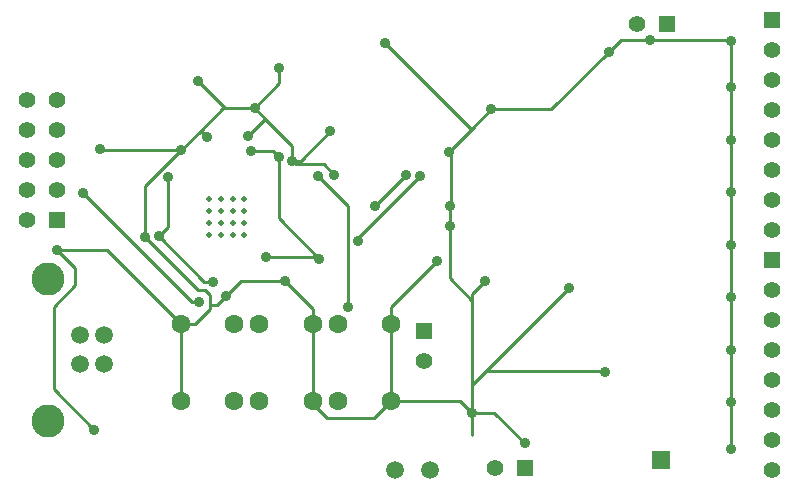
<source format=gbl>
G04 (created by PCBNEW (2013-07-07 BZR 4022)-stable) date 2/3/2015 8:26:14 PM*
%MOIN*%
G04 Gerber Fmt 3.4, Leading zero omitted, Abs format*
%FSLAX34Y34*%
G01*
G70*
G90*
G04 APERTURE LIST*
%ADD10C,0.00590551*%
%ADD11R,0.055X0.055*%
%ADD12C,0.055*%
%ADD13C,0.0629921*%
%ADD14R,0.0590551X0.0590551*%
%ADD15C,0.019685*%
%ADD16C,0.0590551*%
%ADD17C,0.110236*%
%ADD18C,0.035*%
%ADD19C,0.01*%
G04 APERTURE END LIST*
G54D10*
G54D11*
X129675Y-63825D03*
G54D12*
X129675Y-64825D03*
X129675Y-65825D03*
X129675Y-66825D03*
X129675Y-67825D03*
X129675Y-68825D03*
X129675Y-69825D03*
X129675Y-70825D03*
G54D11*
X129675Y-55825D03*
G54D12*
X129675Y-56825D03*
X129675Y-57825D03*
X129675Y-58825D03*
X129675Y-59825D03*
X129675Y-60825D03*
X129675Y-61825D03*
X129675Y-62825D03*
X105850Y-60500D03*
X105850Y-59500D03*
X104850Y-60500D03*
X104850Y-62500D03*
G54D11*
X105850Y-62500D03*
G54D12*
X104850Y-61500D03*
X105850Y-61500D03*
X104850Y-59500D03*
X104850Y-58500D03*
X105850Y-58500D03*
G54D11*
X121425Y-70775D03*
G54D12*
X120425Y-70775D03*
G54D11*
X118075Y-66200D03*
G54D12*
X118075Y-67200D03*
G54D13*
X111735Y-65970D03*
X109964Y-65970D03*
X109964Y-68529D03*
X111735Y-68529D03*
X112589Y-68529D03*
X114360Y-68529D03*
X114360Y-65970D03*
X112589Y-65970D03*
X115214Y-68529D03*
X116985Y-68529D03*
X116985Y-65970D03*
X115214Y-65970D03*
G54D14*
X125975Y-70500D03*
G54D11*
X126175Y-55975D03*
G54D12*
X125175Y-55975D03*
G54D15*
X111303Y-62596D03*
X111303Y-62203D03*
X111696Y-62203D03*
X111696Y-62596D03*
X111696Y-62990D03*
X111303Y-62990D03*
X110909Y-62990D03*
X110909Y-62596D03*
X110909Y-62203D03*
X110909Y-61809D03*
X111303Y-61809D03*
X111696Y-61809D03*
X112090Y-61809D03*
X112090Y-62203D03*
X112090Y-62596D03*
X112090Y-62990D03*
G54D16*
X107404Y-67317D03*
X107404Y-66332D03*
X106616Y-66332D03*
X106616Y-67317D03*
G54D17*
X105550Y-64454D03*
X105550Y-69195D03*
G54D16*
X118290Y-70850D03*
X117109Y-70850D03*
G54D18*
X116425Y-62050D03*
X117475Y-61000D03*
X115875Y-63200D03*
X117950Y-61025D03*
X114525Y-61025D03*
X115550Y-65400D03*
X110575Y-65225D03*
X106700Y-61600D03*
X109550Y-61075D03*
X114575Y-63800D03*
X113225Y-60400D03*
X112300Y-60200D03*
X112800Y-63725D03*
X111025Y-64575D03*
X109225Y-63050D03*
X116775Y-56600D03*
X114950Y-59550D03*
X113675Y-60525D03*
X107275Y-60150D03*
X119685Y-68937D03*
X124094Y-67559D03*
X122913Y-64763D03*
X121425Y-69950D03*
X120118Y-64527D03*
X118937Y-62716D03*
X118950Y-62025D03*
X118897Y-60236D03*
X120314Y-58818D03*
X124251Y-56889D03*
X125600Y-56500D03*
X128300Y-56525D03*
X128300Y-58075D03*
X128300Y-59825D03*
X128300Y-61575D03*
X128300Y-63325D03*
X128300Y-66825D03*
X128300Y-65075D03*
X128300Y-70150D03*
X128300Y-68575D03*
X118500Y-63875D03*
X113425Y-64525D03*
X112200Y-59700D03*
X110850Y-59750D03*
X110550Y-57875D03*
X115075Y-61000D03*
X111475Y-65025D03*
X105850Y-63500D03*
X107075Y-69500D03*
X108775Y-63075D03*
X109975Y-60175D03*
X113249Y-57450D03*
X112425Y-58775D03*
G54D19*
X117475Y-61000D02*
X116425Y-62050D01*
X115875Y-63100D02*
X115875Y-63200D01*
X117950Y-61025D02*
X115875Y-63100D01*
X115550Y-62050D02*
X114525Y-61025D01*
X115550Y-65400D02*
X115550Y-62050D01*
X110325Y-65225D02*
X110575Y-65225D01*
X106700Y-61600D02*
X110325Y-65225D01*
X109225Y-63050D02*
X109550Y-62725D01*
X109550Y-62725D02*
X109550Y-61075D01*
X113225Y-60400D02*
X113225Y-62450D01*
X113225Y-62450D02*
X114575Y-63800D01*
X112800Y-63725D02*
X114500Y-63725D01*
X114500Y-63725D02*
X114575Y-63800D01*
X112300Y-60200D02*
X113025Y-60200D01*
X113025Y-60200D02*
X113225Y-60400D01*
X109225Y-63050D02*
X110750Y-64575D01*
X110750Y-64575D02*
X111025Y-64575D01*
X119641Y-59466D02*
X119666Y-59466D01*
X116775Y-56600D02*
X119641Y-59466D01*
X114360Y-68529D02*
X114360Y-68635D01*
X116415Y-69100D02*
X116985Y-68529D01*
X114825Y-69100D02*
X116415Y-69100D01*
X114360Y-68635D02*
X114825Y-69100D01*
X113975Y-60525D02*
X113675Y-60525D01*
X114950Y-59550D02*
X113975Y-60525D01*
X105850Y-63500D02*
X107493Y-63500D01*
X107493Y-63500D02*
X109964Y-65970D01*
X107300Y-60175D02*
X109975Y-60175D01*
X107275Y-60150D02*
X107300Y-60175D01*
X114360Y-65970D02*
X114360Y-65460D01*
X114360Y-65460D02*
X113425Y-64525D01*
X124074Y-67539D02*
X120137Y-67539D01*
X124094Y-67559D02*
X124074Y-67539D01*
X120137Y-67539D02*
X119685Y-67992D01*
X122913Y-64763D02*
X120137Y-67539D01*
X119685Y-65196D02*
X119685Y-67992D01*
X119685Y-67992D02*
X119685Y-68937D01*
X119277Y-68529D02*
X119685Y-68937D01*
X116985Y-68529D02*
X119277Y-68529D01*
X120412Y-68937D02*
X119685Y-68937D01*
X119685Y-68937D02*
X119685Y-69685D01*
X121425Y-69950D02*
X120412Y-68937D01*
X118937Y-64448D02*
X119685Y-65196D01*
X119685Y-64960D02*
X119685Y-65196D01*
X120118Y-64527D02*
X119685Y-64960D01*
X118937Y-62716D02*
X118937Y-64448D01*
X118937Y-62047D02*
X118937Y-62716D01*
X118967Y-62007D02*
X118976Y-62007D01*
X118950Y-62025D02*
X118967Y-62007D01*
X118937Y-62047D02*
X118976Y-62007D01*
X118976Y-60314D02*
X118976Y-62007D01*
X118897Y-60236D02*
X118976Y-60314D01*
X119527Y-59606D02*
X118897Y-60236D01*
X120314Y-58818D02*
X119666Y-59466D01*
X119666Y-59466D02*
X119527Y-59606D01*
X122322Y-58818D02*
X120314Y-58818D01*
X124251Y-56889D02*
X122322Y-58818D01*
X124641Y-56500D02*
X124251Y-56889D01*
X128300Y-56525D02*
X128275Y-56500D01*
X128275Y-56500D02*
X125600Y-56500D01*
X125600Y-56500D02*
X124641Y-56500D01*
X128300Y-56525D02*
X128300Y-58075D01*
X128300Y-58075D02*
X128300Y-59825D01*
X128300Y-59825D02*
X128300Y-61575D01*
X128300Y-61575D02*
X128300Y-63325D01*
X128300Y-63325D02*
X128300Y-65075D01*
X128300Y-66850D02*
X128300Y-68575D01*
X128300Y-65075D02*
X128300Y-66850D01*
X128300Y-66850D02*
X128300Y-66825D01*
X128300Y-68575D02*
X128300Y-70150D01*
X118500Y-63875D02*
X116985Y-65389D01*
X116985Y-65389D02*
X116985Y-65970D01*
X111975Y-64525D02*
X111475Y-65025D01*
X113425Y-64525D02*
X111975Y-64525D01*
X112200Y-59700D02*
X112775Y-59125D01*
X110850Y-59750D02*
X110625Y-59525D01*
X110550Y-57875D02*
X111450Y-58775D01*
X113675Y-60525D02*
X113675Y-60025D01*
X113675Y-60025D02*
X112775Y-59125D01*
X112775Y-59125D02*
X112425Y-58775D01*
X113675Y-60525D02*
X113800Y-60650D01*
X113800Y-60650D02*
X114725Y-60650D01*
X114725Y-60650D02*
X115075Y-61000D01*
X111175Y-65325D02*
X110925Y-65325D01*
X111475Y-65025D02*
X111175Y-65325D01*
X108775Y-63075D02*
X110550Y-64850D01*
X110429Y-65970D02*
X109964Y-65970D01*
X110925Y-65325D02*
X110925Y-65475D01*
X110925Y-65475D02*
X110429Y-65970D01*
X110925Y-65000D02*
X110925Y-65325D01*
X110775Y-64850D02*
X110925Y-65000D01*
X110550Y-64850D02*
X110775Y-64850D01*
X116985Y-65970D02*
X116985Y-68529D01*
X114360Y-68529D02*
X114360Y-65970D01*
X109964Y-65970D02*
X109964Y-68529D01*
X105725Y-68150D02*
X107075Y-69500D01*
X105725Y-65400D02*
X105725Y-68150D01*
X106450Y-64675D02*
X105725Y-65400D01*
X106450Y-64100D02*
X106450Y-64675D01*
X106450Y-64100D02*
X105850Y-63500D01*
X108775Y-63075D02*
X108775Y-61375D01*
X108775Y-61375D02*
X109975Y-60175D01*
X111375Y-58775D02*
X111450Y-58775D01*
X111450Y-58775D02*
X112425Y-58775D01*
X109975Y-60175D02*
X110625Y-59525D01*
X110625Y-59525D02*
X111375Y-58775D01*
X113249Y-57950D02*
X112425Y-58775D01*
X113249Y-57950D02*
X113249Y-57450D01*
M02*

</source>
